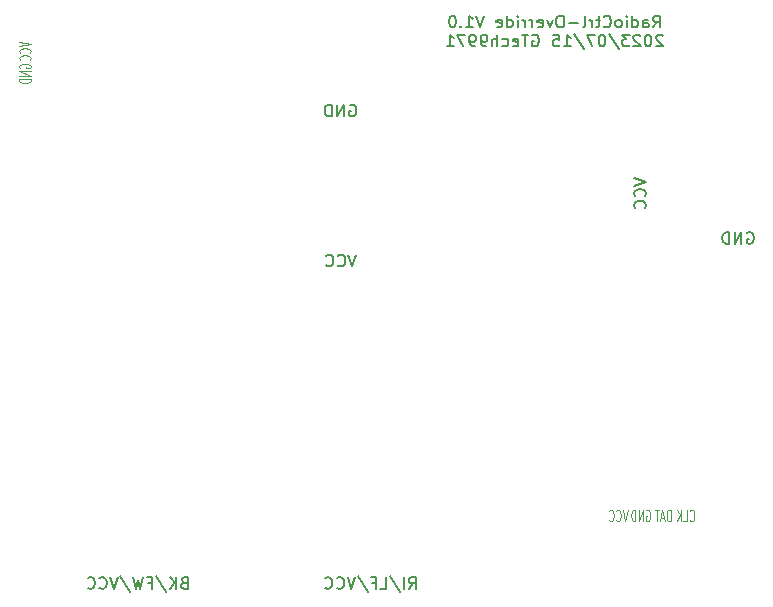
<source format=gbo>
G04 #@! TF.GenerationSoftware,KiCad,Pcbnew,(6.0.11-0)*
G04 #@! TF.CreationDate,2023-07-15T22:38:05+09:00*
G04 #@! TF.ProjectId,RadioCtrl-Override,52616469-6f43-4747-926c-2d4f76657272,rev?*
G04 #@! TF.SameCoordinates,PX7bfa480PY7bfa480*
G04 #@! TF.FileFunction,Legend,Bot*
G04 #@! TF.FilePolarity,Positive*
%FSLAX46Y46*%
G04 Gerber Fmt 4.6, Leading zero omitted, Abs format (unit mm)*
G04 Created by KiCad (PCBNEW (6.0.11-0)) date 2023-07-15 22:38:05*
%MOMM*%
%LPD*%
G01*
G04 APERTURE LIST*
%ADD10C,0.150000*%
%ADD11C,0.125000*%
G04 APERTURE END LIST*
D10*
X26129761Y1341429D02*
X25986904Y1293810D01*
X25939285Y1246191D01*
X25891666Y1150953D01*
X25891666Y1008096D01*
X25939285Y912858D01*
X25986904Y865239D01*
X26082142Y817620D01*
X26463095Y817620D01*
X26463095Y1817620D01*
X26129761Y1817620D01*
X26034523Y1770000D01*
X25986904Y1722381D01*
X25939285Y1627143D01*
X25939285Y1531905D01*
X25986904Y1436667D01*
X26034523Y1389048D01*
X26129761Y1341429D01*
X26463095Y1341429D01*
X25463095Y817620D02*
X25463095Y1817620D01*
X24891666Y817620D02*
X25320238Y1389048D01*
X24891666Y1817620D02*
X25463095Y1246191D01*
X23748809Y1865239D02*
X24605952Y579524D01*
X23082142Y1341429D02*
X23415476Y1341429D01*
X23415476Y817620D02*
X23415476Y1817620D01*
X22939285Y1817620D01*
X22653571Y1817620D02*
X22415476Y817620D01*
X22225000Y1531905D01*
X22034523Y817620D01*
X21796428Y1817620D01*
X20701190Y1865239D02*
X21558333Y579524D01*
X20510714Y1817620D02*
X20177380Y817620D01*
X19844047Y1817620D01*
X18939285Y912858D02*
X18986904Y865239D01*
X19129761Y817620D01*
X19225000Y817620D01*
X19367857Y865239D01*
X19463095Y960477D01*
X19510714Y1055715D01*
X19558333Y1246191D01*
X19558333Y1389048D01*
X19510714Y1579524D01*
X19463095Y1674762D01*
X19367857Y1770000D01*
X19225000Y1817620D01*
X19129761Y1817620D01*
X18986904Y1770000D01*
X18939285Y1722381D01*
X17939285Y912858D02*
X17986904Y865239D01*
X18129761Y817620D01*
X18225000Y817620D01*
X18367857Y865239D01*
X18463095Y960477D01*
X18510714Y1055715D01*
X18558333Y1246191D01*
X18558333Y1389048D01*
X18510714Y1579524D01*
X18463095Y1674762D01*
X18367857Y1770000D01*
X18225000Y1817620D01*
X18129761Y1817620D01*
X17986904Y1770000D01*
X17939285Y1722381D01*
X40131904Y41775000D02*
X40227142Y41822620D01*
X40370000Y41822620D01*
X40512857Y41775000D01*
X40608095Y41679762D01*
X40655714Y41584524D01*
X40703333Y41394048D01*
X40703333Y41251191D01*
X40655714Y41060715D01*
X40608095Y40965477D01*
X40512857Y40870239D01*
X40370000Y40822620D01*
X40274761Y40822620D01*
X40131904Y40870239D01*
X40084285Y40917858D01*
X40084285Y41251191D01*
X40274761Y41251191D01*
X39655714Y40822620D02*
X39655714Y41822620D01*
X39084285Y40822620D01*
X39084285Y41822620D01*
X38608095Y40822620D02*
X38608095Y41822620D01*
X38370000Y41822620D01*
X38227142Y41775000D01*
X38131904Y41679762D01*
X38084285Y41584524D01*
X38036666Y41394048D01*
X38036666Y41251191D01*
X38084285Y41060715D01*
X38131904Y40965477D01*
X38227142Y40870239D01*
X38370000Y40822620D01*
X38608095Y40822620D01*
D11*
X12200000Y44907143D02*
X12152380Y44964286D01*
X12152380Y45050000D01*
X12200000Y45135715D01*
X12295238Y45192858D01*
X12390476Y45221429D01*
X12580952Y45250000D01*
X12723809Y45250000D01*
X12914285Y45221429D01*
X13009523Y45192858D01*
X13104761Y45135715D01*
X13152380Y45050000D01*
X13152380Y44992858D01*
X13104761Y44907143D01*
X13057142Y44878572D01*
X12723809Y44878572D01*
X12723809Y44992858D01*
X13152380Y44621429D02*
X12152380Y44621429D01*
X13152380Y44278572D01*
X12152380Y44278572D01*
X13152380Y43992858D02*
X12152380Y43992858D01*
X12152380Y43850000D01*
X12200000Y43764286D01*
X12295238Y43707143D01*
X12390476Y43678572D01*
X12580952Y43650000D01*
X12723809Y43650000D01*
X12914285Y43678572D01*
X13009523Y43707143D01*
X13104761Y43764286D01*
X13152380Y43850000D01*
X13152380Y43992858D01*
D10*
X73786904Y30980000D02*
X73882142Y31027620D01*
X74025000Y31027620D01*
X74167857Y30980000D01*
X74263095Y30884762D01*
X74310714Y30789524D01*
X74358333Y30599048D01*
X74358333Y30456191D01*
X74310714Y30265715D01*
X74263095Y30170477D01*
X74167857Y30075239D01*
X74025000Y30027620D01*
X73929761Y30027620D01*
X73786904Y30075239D01*
X73739285Y30122858D01*
X73739285Y30456191D01*
X73929761Y30456191D01*
X73310714Y30027620D02*
X73310714Y31027620D01*
X72739285Y30027620D01*
X72739285Y31027620D01*
X72263095Y30027620D02*
X72263095Y31027620D01*
X72025000Y31027620D01*
X71882142Y30980000D01*
X71786904Y30884762D01*
X71739285Y30789524D01*
X71691666Y30599048D01*
X71691666Y30456191D01*
X71739285Y30265715D01*
X71786904Y30170477D01*
X71882142Y30075239D01*
X72025000Y30027620D01*
X72263095Y30027620D01*
D11*
X12152380Y47155000D02*
X13152380Y46955000D01*
X12152380Y46755000D01*
X13057142Y46212143D02*
X13104761Y46240715D01*
X13152380Y46326429D01*
X13152380Y46383572D01*
X13104761Y46469286D01*
X13009523Y46526429D01*
X12914285Y46555000D01*
X12723809Y46583572D01*
X12580952Y46583572D01*
X12390476Y46555000D01*
X12295238Y46526429D01*
X12200000Y46469286D01*
X12152380Y46383572D01*
X12152380Y46326429D01*
X12200000Y46240715D01*
X12247619Y46212143D01*
X13057142Y45612143D02*
X13104761Y45640715D01*
X13152380Y45726429D01*
X13152380Y45783572D01*
X13104761Y45869286D01*
X13009523Y45926429D01*
X12914285Y45955000D01*
X12723809Y45983572D01*
X12580952Y45983572D01*
X12390476Y45955000D01*
X12295238Y45926429D01*
X12200000Y45869286D01*
X12152380Y45783572D01*
X12152380Y45726429D01*
X12200000Y45640715D01*
X12247619Y45612143D01*
X63665000Y7532620D02*
X63465000Y6532620D01*
X63265000Y7532620D01*
X62722142Y6627858D02*
X62750714Y6580239D01*
X62836428Y6532620D01*
X62893571Y6532620D01*
X62979285Y6580239D01*
X63036428Y6675477D01*
X63065000Y6770715D01*
X63093571Y6961191D01*
X63093571Y7104048D01*
X63065000Y7294524D01*
X63036428Y7389762D01*
X62979285Y7485000D01*
X62893571Y7532620D01*
X62836428Y7532620D01*
X62750714Y7485000D01*
X62722142Y7437381D01*
X62122142Y6627858D02*
X62150714Y6580239D01*
X62236428Y6532620D01*
X62293571Y6532620D01*
X62379285Y6580239D01*
X62436428Y6675477D01*
X62465000Y6770715D01*
X62493571Y6961191D01*
X62493571Y7104048D01*
X62465000Y7294524D01*
X62436428Y7389762D01*
X62379285Y7485000D01*
X62293571Y7532620D01*
X62236428Y7532620D01*
X62150714Y7485000D01*
X62122142Y7437381D01*
X65227142Y7485000D02*
X65284285Y7532620D01*
X65370000Y7532620D01*
X65455714Y7485000D01*
X65512857Y7389762D01*
X65541428Y7294524D01*
X65570000Y7104048D01*
X65570000Y6961191D01*
X65541428Y6770715D01*
X65512857Y6675477D01*
X65455714Y6580239D01*
X65370000Y6532620D01*
X65312857Y6532620D01*
X65227142Y6580239D01*
X65198571Y6627858D01*
X65198571Y6961191D01*
X65312857Y6961191D01*
X64941428Y6532620D02*
X64941428Y7532620D01*
X64598571Y6532620D01*
X64598571Y7532620D01*
X64312857Y6532620D02*
X64312857Y7532620D01*
X64170000Y7532620D01*
X64084285Y7485000D01*
X64027142Y7389762D01*
X63998571Y7294524D01*
X63970000Y7104048D01*
X63970000Y6961191D01*
X63998571Y6770715D01*
X64027142Y6675477D01*
X64084285Y6580239D01*
X64170000Y6532620D01*
X64312857Y6532620D01*
D10*
X40703333Y29122620D02*
X40370000Y28122620D01*
X40036666Y29122620D01*
X39131904Y28217858D02*
X39179523Y28170239D01*
X39322380Y28122620D01*
X39417619Y28122620D01*
X39560476Y28170239D01*
X39655714Y28265477D01*
X39703333Y28360715D01*
X39750952Y28551191D01*
X39750952Y28694048D01*
X39703333Y28884524D01*
X39655714Y28979762D01*
X39560476Y29075000D01*
X39417619Y29122620D01*
X39322380Y29122620D01*
X39179523Y29075000D01*
X39131904Y29027381D01*
X38131904Y28217858D02*
X38179523Y28170239D01*
X38322380Y28122620D01*
X38417619Y28122620D01*
X38560476Y28170239D01*
X38655714Y28265477D01*
X38703333Y28360715D01*
X38750952Y28551191D01*
X38750952Y28694048D01*
X38703333Y28884524D01*
X38655714Y28979762D01*
X38560476Y29075000D01*
X38417619Y29122620D01*
X38322380Y29122620D01*
X38179523Y29075000D01*
X38131904Y29027381D01*
X64222380Y35623334D02*
X65222380Y35290000D01*
X64222380Y34956667D01*
X65127142Y34051905D02*
X65174761Y34099524D01*
X65222380Y34242381D01*
X65222380Y34337620D01*
X65174761Y34480477D01*
X65079523Y34575715D01*
X64984285Y34623334D01*
X64793809Y34670953D01*
X64650952Y34670953D01*
X64460476Y34623334D01*
X64365238Y34575715D01*
X64270000Y34480477D01*
X64222380Y34337620D01*
X64222380Y34242381D01*
X64270000Y34099524D01*
X64317619Y34051905D01*
X65127142Y33051905D02*
X65174761Y33099524D01*
X65222380Y33242381D01*
X65222380Y33337620D01*
X65174761Y33480477D01*
X65079523Y33575715D01*
X64984285Y33623334D01*
X64793809Y33670953D01*
X64650952Y33670953D01*
X64460476Y33623334D01*
X64365238Y33575715D01*
X64270000Y33480477D01*
X64222380Y33337620D01*
X64222380Y33242381D01*
X64270000Y33099524D01*
X64317619Y33051905D01*
D11*
X68937142Y6627858D02*
X68965714Y6580239D01*
X69051428Y6532620D01*
X69108571Y6532620D01*
X69194285Y6580239D01*
X69251428Y6675477D01*
X69280000Y6770715D01*
X69308571Y6961191D01*
X69308571Y7104048D01*
X69280000Y7294524D01*
X69251428Y7389762D01*
X69194285Y7485000D01*
X69108571Y7532620D01*
X69051428Y7532620D01*
X68965714Y7485000D01*
X68937142Y7437381D01*
X68394285Y6532620D02*
X68680000Y6532620D01*
X68680000Y7532620D01*
X68194285Y6532620D02*
X68194285Y7532620D01*
X67851428Y6532620D02*
X68108571Y7104048D01*
X67851428Y7532620D02*
X68194285Y6961191D01*
X67317857Y6532620D02*
X67317857Y7532620D01*
X67175000Y7532620D01*
X67089285Y7485000D01*
X67032142Y7389762D01*
X67003571Y7294524D01*
X66975000Y7104048D01*
X66975000Y6961191D01*
X67003571Y6770715D01*
X67032142Y6675477D01*
X67089285Y6580239D01*
X67175000Y6532620D01*
X67317857Y6532620D01*
X66746428Y6818334D02*
X66460714Y6818334D01*
X66803571Y6532620D02*
X66603571Y7532620D01*
X66403571Y6532620D01*
X66289285Y7532620D02*
X65946428Y7532620D01*
X66117857Y6532620D02*
X66117857Y7532620D01*
D10*
X45148095Y817620D02*
X45481428Y1293810D01*
X45719523Y817620D02*
X45719523Y1817620D01*
X45338571Y1817620D01*
X45243333Y1770000D01*
X45195714Y1722381D01*
X45148095Y1627143D01*
X45148095Y1484286D01*
X45195714Y1389048D01*
X45243333Y1341429D01*
X45338571Y1293810D01*
X45719523Y1293810D01*
X44719523Y817620D02*
X44719523Y1817620D01*
X43529047Y1865239D02*
X44386190Y579524D01*
X42719523Y817620D02*
X43195714Y817620D01*
X43195714Y1817620D01*
X42052857Y1341429D02*
X42386190Y1341429D01*
X42386190Y817620D02*
X42386190Y1817620D01*
X41910000Y1817620D01*
X40814761Y1865239D02*
X41671904Y579524D01*
X40624285Y1817620D02*
X40290952Y817620D01*
X39957619Y1817620D01*
X39052857Y912858D02*
X39100476Y865239D01*
X39243333Y817620D01*
X39338571Y817620D01*
X39481428Y865239D01*
X39576666Y960477D01*
X39624285Y1055715D01*
X39671904Y1246191D01*
X39671904Y1389048D01*
X39624285Y1579524D01*
X39576666Y1674762D01*
X39481428Y1770000D01*
X39338571Y1817620D01*
X39243333Y1817620D01*
X39100476Y1770000D01*
X39052857Y1722381D01*
X38052857Y912858D02*
X38100476Y865239D01*
X38243333Y817620D01*
X38338571Y817620D01*
X38481428Y865239D01*
X38576666Y960477D01*
X38624285Y1055715D01*
X38671904Y1246191D01*
X38671904Y1389048D01*
X38624285Y1579524D01*
X38576666Y1674762D01*
X38481428Y1770000D01*
X38338571Y1817620D01*
X38243333Y1817620D01*
X38100476Y1770000D01*
X38052857Y1722381D01*
X65833333Y48352620D02*
X66166666Y48828810D01*
X66404761Y48352620D02*
X66404761Y49352620D01*
X66023809Y49352620D01*
X65928571Y49305000D01*
X65880952Y49257381D01*
X65833333Y49162143D01*
X65833333Y49019286D01*
X65880952Y48924048D01*
X65928571Y48876429D01*
X66023809Y48828810D01*
X66404761Y48828810D01*
X64976190Y48352620D02*
X64976190Y48876429D01*
X65023809Y48971667D01*
X65119047Y49019286D01*
X65309523Y49019286D01*
X65404761Y48971667D01*
X64976190Y48400239D02*
X65071428Y48352620D01*
X65309523Y48352620D01*
X65404761Y48400239D01*
X65452380Y48495477D01*
X65452380Y48590715D01*
X65404761Y48685953D01*
X65309523Y48733572D01*
X65071428Y48733572D01*
X64976190Y48781191D01*
X64071428Y48352620D02*
X64071428Y49352620D01*
X64071428Y48400239D02*
X64166666Y48352620D01*
X64357142Y48352620D01*
X64452380Y48400239D01*
X64500000Y48447858D01*
X64547619Y48543096D01*
X64547619Y48828810D01*
X64500000Y48924048D01*
X64452380Y48971667D01*
X64357142Y49019286D01*
X64166666Y49019286D01*
X64071428Y48971667D01*
X63595238Y48352620D02*
X63595238Y49019286D01*
X63595238Y49352620D02*
X63642857Y49305000D01*
X63595238Y49257381D01*
X63547619Y49305000D01*
X63595238Y49352620D01*
X63595238Y49257381D01*
X62976190Y48352620D02*
X63071428Y48400239D01*
X63119047Y48447858D01*
X63166666Y48543096D01*
X63166666Y48828810D01*
X63119047Y48924048D01*
X63071428Y48971667D01*
X62976190Y49019286D01*
X62833333Y49019286D01*
X62738095Y48971667D01*
X62690476Y48924048D01*
X62642857Y48828810D01*
X62642857Y48543096D01*
X62690476Y48447858D01*
X62738095Y48400239D01*
X62833333Y48352620D01*
X62976190Y48352620D01*
X61642857Y48447858D02*
X61690476Y48400239D01*
X61833333Y48352620D01*
X61928571Y48352620D01*
X62071428Y48400239D01*
X62166666Y48495477D01*
X62214285Y48590715D01*
X62261904Y48781191D01*
X62261904Y48924048D01*
X62214285Y49114524D01*
X62166666Y49209762D01*
X62071428Y49305000D01*
X61928571Y49352620D01*
X61833333Y49352620D01*
X61690476Y49305000D01*
X61642857Y49257381D01*
X61357142Y49019286D02*
X60976190Y49019286D01*
X61214285Y49352620D02*
X61214285Y48495477D01*
X61166666Y48400239D01*
X61071428Y48352620D01*
X60976190Y48352620D01*
X60642857Y48352620D02*
X60642857Y49019286D01*
X60642857Y48828810D02*
X60595238Y48924048D01*
X60547619Y48971667D01*
X60452380Y49019286D01*
X60357142Y49019286D01*
X59880952Y48352620D02*
X59976190Y48400239D01*
X60023809Y48495477D01*
X60023809Y49352620D01*
X59500000Y48733572D02*
X58738095Y48733572D01*
X58071428Y49352620D02*
X57880952Y49352620D01*
X57785714Y49305000D01*
X57690476Y49209762D01*
X57642857Y49019286D01*
X57642857Y48685953D01*
X57690476Y48495477D01*
X57785714Y48400239D01*
X57880952Y48352620D01*
X58071428Y48352620D01*
X58166666Y48400239D01*
X58261904Y48495477D01*
X58309523Y48685953D01*
X58309523Y49019286D01*
X58261904Y49209762D01*
X58166666Y49305000D01*
X58071428Y49352620D01*
X57309523Y49019286D02*
X57071428Y48352620D01*
X56833333Y49019286D01*
X56071428Y48400239D02*
X56166666Y48352620D01*
X56357142Y48352620D01*
X56452380Y48400239D01*
X56500000Y48495477D01*
X56500000Y48876429D01*
X56452380Y48971667D01*
X56357142Y49019286D01*
X56166666Y49019286D01*
X56071428Y48971667D01*
X56023809Y48876429D01*
X56023809Y48781191D01*
X56500000Y48685953D01*
X55595238Y48352620D02*
X55595238Y49019286D01*
X55595238Y48828810D02*
X55547619Y48924048D01*
X55500000Y48971667D01*
X55404761Y49019286D01*
X55309523Y49019286D01*
X54976190Y48352620D02*
X54976190Y49019286D01*
X54976190Y48828810D02*
X54928571Y48924048D01*
X54880952Y48971667D01*
X54785714Y49019286D01*
X54690476Y49019286D01*
X54357142Y48352620D02*
X54357142Y49019286D01*
X54357142Y49352620D02*
X54404761Y49305000D01*
X54357142Y49257381D01*
X54309523Y49305000D01*
X54357142Y49352620D01*
X54357142Y49257381D01*
X53452380Y48352620D02*
X53452380Y49352620D01*
X53452380Y48400239D02*
X53547619Y48352620D01*
X53738095Y48352620D01*
X53833333Y48400239D01*
X53880952Y48447858D01*
X53928571Y48543096D01*
X53928571Y48828810D01*
X53880952Y48924048D01*
X53833333Y48971667D01*
X53738095Y49019286D01*
X53547619Y49019286D01*
X53452380Y48971667D01*
X52595238Y48400239D02*
X52690476Y48352620D01*
X52880952Y48352620D01*
X52976190Y48400239D01*
X53023809Y48495477D01*
X53023809Y48876429D01*
X52976190Y48971667D01*
X52880952Y49019286D01*
X52690476Y49019286D01*
X52595238Y48971667D01*
X52547619Y48876429D01*
X52547619Y48781191D01*
X53023809Y48685953D01*
X51500000Y49352620D02*
X51166666Y48352620D01*
X50833333Y49352620D01*
X49976190Y48352620D02*
X50547619Y48352620D01*
X50261904Y48352620D02*
X50261904Y49352620D01*
X50357142Y49209762D01*
X50452380Y49114524D01*
X50547619Y49066905D01*
X49547619Y48447858D02*
X49500000Y48400239D01*
X49547619Y48352620D01*
X49595238Y48400239D01*
X49547619Y48447858D01*
X49547619Y48352620D01*
X48880952Y49352620D02*
X48785714Y49352620D01*
X48690476Y49305000D01*
X48642857Y49257381D01*
X48595238Y49162143D01*
X48547619Y48971667D01*
X48547619Y48733572D01*
X48595238Y48543096D01*
X48642857Y48447858D01*
X48690476Y48400239D01*
X48785714Y48352620D01*
X48880952Y48352620D01*
X48976190Y48400239D01*
X49023809Y48447858D01*
X49071428Y48543096D01*
X49119047Y48733572D01*
X49119047Y48971667D01*
X49071428Y49162143D01*
X49023809Y49257381D01*
X48976190Y49305000D01*
X48880952Y49352620D01*
X66642857Y47647381D02*
X66595238Y47695000D01*
X66500000Y47742620D01*
X66261904Y47742620D01*
X66166666Y47695000D01*
X66119047Y47647381D01*
X66071428Y47552143D01*
X66071428Y47456905D01*
X66119047Y47314048D01*
X66690476Y46742620D01*
X66071428Y46742620D01*
X65452380Y47742620D02*
X65357142Y47742620D01*
X65261904Y47695000D01*
X65214285Y47647381D01*
X65166666Y47552143D01*
X65119047Y47361667D01*
X65119047Y47123572D01*
X65166666Y46933096D01*
X65214285Y46837858D01*
X65261904Y46790239D01*
X65357142Y46742620D01*
X65452380Y46742620D01*
X65547619Y46790239D01*
X65595238Y46837858D01*
X65642857Y46933096D01*
X65690476Y47123572D01*
X65690476Y47361667D01*
X65642857Y47552143D01*
X65595238Y47647381D01*
X65547619Y47695000D01*
X65452380Y47742620D01*
X64738095Y47647381D02*
X64690476Y47695000D01*
X64595238Y47742620D01*
X64357142Y47742620D01*
X64261904Y47695000D01*
X64214285Y47647381D01*
X64166666Y47552143D01*
X64166666Y47456905D01*
X64214285Y47314048D01*
X64785714Y46742620D01*
X64166666Y46742620D01*
X63833333Y47742620D02*
X63214285Y47742620D01*
X63547619Y47361667D01*
X63404761Y47361667D01*
X63309523Y47314048D01*
X63261904Y47266429D01*
X63214285Y47171191D01*
X63214285Y46933096D01*
X63261904Y46837858D01*
X63309523Y46790239D01*
X63404761Y46742620D01*
X63690476Y46742620D01*
X63785714Y46790239D01*
X63833333Y46837858D01*
X62071428Y47790239D02*
X62928571Y46504524D01*
X61547619Y47742620D02*
X61452380Y47742620D01*
X61357142Y47695000D01*
X61309523Y47647381D01*
X61261904Y47552143D01*
X61214285Y47361667D01*
X61214285Y47123572D01*
X61261904Y46933096D01*
X61309523Y46837858D01*
X61357142Y46790239D01*
X61452380Y46742620D01*
X61547619Y46742620D01*
X61642857Y46790239D01*
X61690476Y46837858D01*
X61738095Y46933096D01*
X61785714Y47123572D01*
X61785714Y47361667D01*
X61738095Y47552143D01*
X61690476Y47647381D01*
X61642857Y47695000D01*
X61547619Y47742620D01*
X60880952Y47742620D02*
X60214285Y47742620D01*
X60642857Y46742620D01*
X59119047Y47790239D02*
X59976190Y46504524D01*
X58261904Y46742620D02*
X58833333Y46742620D01*
X58547619Y46742620D02*
X58547619Y47742620D01*
X58642857Y47599762D01*
X58738095Y47504524D01*
X58833333Y47456905D01*
X57357142Y47742620D02*
X57833333Y47742620D01*
X57880952Y47266429D01*
X57833333Y47314048D01*
X57738095Y47361667D01*
X57500000Y47361667D01*
X57404761Y47314048D01*
X57357142Y47266429D01*
X57309523Y47171191D01*
X57309523Y46933096D01*
X57357142Y46837858D01*
X57404761Y46790239D01*
X57500000Y46742620D01*
X57738095Y46742620D01*
X57833333Y46790239D01*
X57880952Y46837858D01*
X55595238Y47695000D02*
X55690476Y47742620D01*
X55833333Y47742620D01*
X55976190Y47695000D01*
X56071428Y47599762D01*
X56119047Y47504524D01*
X56166666Y47314048D01*
X56166666Y47171191D01*
X56119047Y46980715D01*
X56071428Y46885477D01*
X55976190Y46790239D01*
X55833333Y46742620D01*
X55738095Y46742620D01*
X55595238Y46790239D01*
X55547619Y46837858D01*
X55547619Y47171191D01*
X55738095Y47171191D01*
X55261904Y47742620D02*
X54690476Y47742620D01*
X54976190Y46742620D02*
X54976190Y47742620D01*
X53976190Y46790239D02*
X54071428Y46742620D01*
X54261904Y46742620D01*
X54357142Y46790239D01*
X54404761Y46885477D01*
X54404761Y47266429D01*
X54357142Y47361667D01*
X54261904Y47409286D01*
X54071428Y47409286D01*
X53976190Y47361667D01*
X53928571Y47266429D01*
X53928571Y47171191D01*
X54404761Y47075953D01*
X53071428Y46790239D02*
X53166666Y46742620D01*
X53357142Y46742620D01*
X53452380Y46790239D01*
X53500000Y46837858D01*
X53547619Y46933096D01*
X53547619Y47218810D01*
X53500000Y47314048D01*
X53452380Y47361667D01*
X53357142Y47409286D01*
X53166666Y47409286D01*
X53071428Y47361667D01*
X52642857Y46742620D02*
X52642857Y47742620D01*
X52214285Y46742620D02*
X52214285Y47266429D01*
X52261904Y47361667D01*
X52357142Y47409286D01*
X52500000Y47409286D01*
X52595238Y47361667D01*
X52642857Y47314048D01*
X51690476Y46742620D02*
X51500000Y46742620D01*
X51404761Y46790239D01*
X51357142Y46837858D01*
X51261904Y46980715D01*
X51214285Y47171191D01*
X51214285Y47552143D01*
X51261904Y47647381D01*
X51309523Y47695000D01*
X51404761Y47742620D01*
X51595238Y47742620D01*
X51690476Y47695000D01*
X51738095Y47647381D01*
X51785714Y47552143D01*
X51785714Y47314048D01*
X51738095Y47218810D01*
X51690476Y47171191D01*
X51595238Y47123572D01*
X51404761Y47123572D01*
X51309523Y47171191D01*
X51261904Y47218810D01*
X51214285Y47314048D01*
X50738095Y46742620D02*
X50547619Y46742620D01*
X50452380Y46790239D01*
X50404761Y46837858D01*
X50309523Y46980715D01*
X50261904Y47171191D01*
X50261904Y47552143D01*
X50309523Y47647381D01*
X50357142Y47695000D01*
X50452380Y47742620D01*
X50642857Y47742620D01*
X50738095Y47695000D01*
X50785714Y47647381D01*
X50833333Y47552143D01*
X50833333Y47314048D01*
X50785714Y47218810D01*
X50738095Y47171191D01*
X50642857Y47123572D01*
X50452380Y47123572D01*
X50357142Y47171191D01*
X50309523Y47218810D01*
X50261904Y47314048D01*
X49928571Y47742620D02*
X49261904Y47742620D01*
X49690476Y46742620D01*
X48357142Y46742620D02*
X48928571Y46742620D01*
X48642857Y46742620D02*
X48642857Y47742620D01*
X48738095Y47599762D01*
X48833333Y47504524D01*
X48928571Y47456905D01*
M02*

</source>
